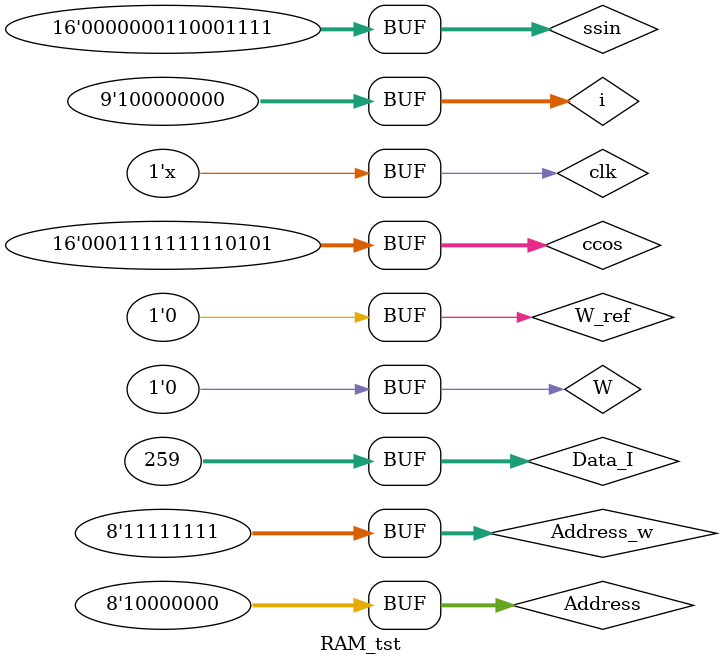
<source format=v>
`timescale 1ns / 1ps


module RAM_tst;

	// Inputs
	reg clk;
	reg [7:0] Address_w;
	reg [7:0] Address;
	reg W_ref;
	reg W;
	reg [31:0] Data_I;

	// Outputs
	wire [31:0] Data_O;
	wire [15:0] Ref;
	
	reg [8:0] i;
	reg [15:0] ssin;
	reg [15:0] ccos;

	// Instantiate the Unit Under Test (UUT)
	RAM_Block uut (
		.clk(clk),
		.Address(Address), 
		.Address_w(Address_w), 
		.W(W),
		.W_ref(W_ref),
		.Data_I(Data_I), 
		.Data_O(Data_O), 
		.Ref(Ref)
	);

	initial begin
		// Initialize Inputs
		clk = 0;
		Address_w = 0;
		Address = 0;
		W = 0;
		W_ref = 0;
		Data_I = 0;
		i = 0;
		ssin = 16'd143;
		ccos = 16'd8191;
		// Wait 100 ns for global reset to finish
		#100;
		// Add stimulus here
		for(i = 0; i <= 255; i = i+1) begin
			ssin = ssin+1;
			if(i == 13) ccos = 16'd8190;
			if(i == 55) ccos = 16'd8189;
			if(i == 89) ccos = 16'd8188;
			if(i == 118) ccos = 16'd8187;
			if(i == 145) ccos = 16'd8186;
			if(i == 169) ccos = 16'd8185;
			if(i == 191) ccos = 16'd8184;
			if(i == 212) ccos = 16'd8183;
			if(i == 231) ccos = 16'd8182;
			if(i == 250) ccos = 16'd8181;
			#3 Address_w = i[7:0];
			#10 Data_I = {ssin,ccos};
			#10 W = 1;
			#10 W = 0;
			#10 Address = i[7:0];
			#10;
		end
		Data_I = 32'd259;
		#10;
		W_ref = 1;
		#10;
		W_ref = 0;
		#100;
		Address = 128;
	end
	
	always #5 clk = !clk;
	
endmodule


</source>
